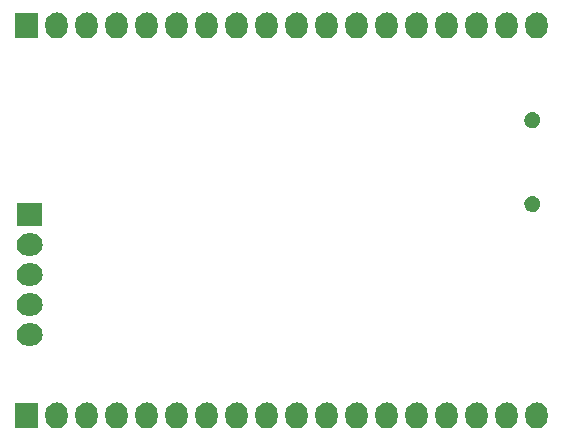
<source format=gbs>
%TF.GenerationSoftware,KiCad,Pcbnew,4.0.5-e0-6337~49~ubuntu16.04.1*%
%TF.CreationDate,2017-08-14T13:51:41-07:00*%
%TF.ProjectId,atsamd21g18-breakout,617473616D6432316731382D62726561,1.0*%
%TF.FileFunction,Soldermask,Bot*%
%FSLAX46Y46*%
G04 Gerber Fmt 4.6, Leading zero omitted, Abs format (unit mm)*
G04 Created by KiCad (PCBNEW 4.0.5-e0-6337~49~ubuntu16.04.1) date Mon Aug 14 13:51:41 2017*
%MOMM*%
%LPD*%
G01*
G04 APERTURE LIST*
%ADD10C,0.350000*%
G04 APERTURE END LIST*
D10*
G36*
X52741526Y-61558105D02*
X52741573Y-61558110D01*
X52916787Y-61612348D01*
X53078129Y-61699585D01*
X53219455Y-61816500D01*
X53335379Y-61958638D01*
X53421488Y-62120585D01*
X53474502Y-62296174D01*
X53492400Y-62478715D01*
X53492400Y-62794117D01*
X53492323Y-62805149D01*
X53492322Y-62805154D01*
X53492308Y-62807207D01*
X53471863Y-62989480D01*
X53416403Y-63164312D01*
X53328042Y-63325041D01*
X53210144Y-63465546D01*
X53067200Y-63580476D01*
X52904655Y-63665452D01*
X52728701Y-63717239D01*
X52728660Y-63717243D01*
X52728656Y-63717244D01*
X52546042Y-63733863D01*
X52363674Y-63714695D01*
X52363627Y-63714690D01*
X52188413Y-63660452D01*
X52027071Y-63573215D01*
X51885745Y-63456300D01*
X51769821Y-63314162D01*
X51683712Y-63152215D01*
X51630698Y-62976626D01*
X51612800Y-62794085D01*
X51612800Y-62478683D01*
X51612877Y-62467651D01*
X51612878Y-62467646D01*
X51612892Y-62465593D01*
X51633337Y-62283320D01*
X51688797Y-62108488D01*
X51777158Y-61947759D01*
X51895056Y-61807254D01*
X52038000Y-61692324D01*
X52200545Y-61607348D01*
X52376499Y-61555561D01*
X52376540Y-61555557D01*
X52376544Y-61555556D01*
X52559158Y-61538937D01*
X52741526Y-61558105D01*
X52741526Y-61558105D01*
G37*
G36*
X65441526Y-61558105D02*
X65441573Y-61558110D01*
X65616787Y-61612348D01*
X65778129Y-61699585D01*
X65919455Y-61816500D01*
X66035379Y-61958638D01*
X66121488Y-62120585D01*
X66174502Y-62296174D01*
X66192400Y-62478715D01*
X66192400Y-62794117D01*
X66192323Y-62805149D01*
X66192322Y-62805154D01*
X66192308Y-62807207D01*
X66171863Y-62989480D01*
X66116403Y-63164312D01*
X66028042Y-63325041D01*
X65910144Y-63465546D01*
X65767200Y-63580476D01*
X65604655Y-63665452D01*
X65428701Y-63717239D01*
X65428660Y-63717243D01*
X65428656Y-63717244D01*
X65246042Y-63733863D01*
X65063674Y-63714695D01*
X65063627Y-63714690D01*
X64888413Y-63660452D01*
X64727071Y-63573215D01*
X64585745Y-63456300D01*
X64469821Y-63314162D01*
X64383712Y-63152215D01*
X64330698Y-62976626D01*
X64312800Y-62794085D01*
X64312800Y-62478683D01*
X64312877Y-62467651D01*
X64312878Y-62467646D01*
X64312892Y-62465593D01*
X64333337Y-62283320D01*
X64388797Y-62108488D01*
X64477158Y-61947759D01*
X64595056Y-61807254D01*
X64738000Y-61692324D01*
X64900545Y-61607348D01*
X65076499Y-61555561D01*
X65076540Y-61555557D01*
X65076544Y-61555556D01*
X65259158Y-61538937D01*
X65441526Y-61558105D01*
X65441526Y-61558105D01*
G37*
G36*
X24801526Y-61558105D02*
X24801573Y-61558110D01*
X24976787Y-61612348D01*
X25138129Y-61699585D01*
X25279455Y-61816500D01*
X25395379Y-61958638D01*
X25481488Y-62120585D01*
X25534502Y-62296174D01*
X25552400Y-62478715D01*
X25552400Y-62794117D01*
X25552323Y-62805149D01*
X25552322Y-62805154D01*
X25552308Y-62807207D01*
X25531863Y-62989480D01*
X25476403Y-63164312D01*
X25388042Y-63325041D01*
X25270144Y-63465546D01*
X25127200Y-63580476D01*
X24964655Y-63665452D01*
X24788701Y-63717239D01*
X24788660Y-63717243D01*
X24788656Y-63717244D01*
X24606042Y-63733863D01*
X24423674Y-63714695D01*
X24423627Y-63714690D01*
X24248413Y-63660452D01*
X24087071Y-63573215D01*
X23945745Y-63456300D01*
X23829821Y-63314162D01*
X23743712Y-63152215D01*
X23690698Y-62976626D01*
X23672800Y-62794085D01*
X23672800Y-62478683D01*
X23672877Y-62467651D01*
X23672878Y-62467646D01*
X23672892Y-62465593D01*
X23693337Y-62283320D01*
X23748797Y-62108488D01*
X23837158Y-61947759D01*
X23955056Y-61807254D01*
X24098000Y-61692324D01*
X24260545Y-61607348D01*
X24436499Y-61555561D01*
X24436540Y-61555557D01*
X24436544Y-61555556D01*
X24619158Y-61538937D01*
X24801526Y-61558105D01*
X24801526Y-61558105D01*
G37*
G36*
X62901526Y-61558105D02*
X62901573Y-61558110D01*
X63076787Y-61612348D01*
X63238129Y-61699585D01*
X63379455Y-61816500D01*
X63495379Y-61958638D01*
X63581488Y-62120585D01*
X63634502Y-62296174D01*
X63652400Y-62478715D01*
X63652400Y-62794117D01*
X63652323Y-62805149D01*
X63652322Y-62805154D01*
X63652308Y-62807207D01*
X63631863Y-62989480D01*
X63576403Y-63164312D01*
X63488042Y-63325041D01*
X63370144Y-63465546D01*
X63227200Y-63580476D01*
X63064655Y-63665452D01*
X62888701Y-63717239D01*
X62888660Y-63717243D01*
X62888656Y-63717244D01*
X62706042Y-63733863D01*
X62523674Y-63714695D01*
X62523627Y-63714690D01*
X62348413Y-63660452D01*
X62187071Y-63573215D01*
X62045745Y-63456300D01*
X61929821Y-63314162D01*
X61843712Y-63152215D01*
X61790698Y-62976626D01*
X61772800Y-62794085D01*
X61772800Y-62478683D01*
X61772877Y-62467651D01*
X61772878Y-62467646D01*
X61772892Y-62465593D01*
X61793337Y-62283320D01*
X61848797Y-62108488D01*
X61937158Y-61947759D01*
X62055056Y-61807254D01*
X62198000Y-61692324D01*
X62360545Y-61607348D01*
X62536499Y-61555561D01*
X62536540Y-61555557D01*
X62536544Y-61555556D01*
X62719158Y-61538937D01*
X62901526Y-61558105D01*
X62901526Y-61558105D01*
G37*
G36*
X60361526Y-61558105D02*
X60361573Y-61558110D01*
X60536787Y-61612348D01*
X60698129Y-61699585D01*
X60839455Y-61816500D01*
X60955379Y-61958638D01*
X61041488Y-62120585D01*
X61094502Y-62296174D01*
X61112400Y-62478715D01*
X61112400Y-62794117D01*
X61112323Y-62805149D01*
X61112322Y-62805154D01*
X61112308Y-62807207D01*
X61091863Y-62989480D01*
X61036403Y-63164312D01*
X60948042Y-63325041D01*
X60830144Y-63465546D01*
X60687200Y-63580476D01*
X60524655Y-63665452D01*
X60348701Y-63717239D01*
X60348660Y-63717243D01*
X60348656Y-63717244D01*
X60166042Y-63733863D01*
X59983674Y-63714695D01*
X59983627Y-63714690D01*
X59808413Y-63660452D01*
X59647071Y-63573215D01*
X59505745Y-63456300D01*
X59389821Y-63314162D01*
X59303712Y-63152215D01*
X59250698Y-62976626D01*
X59232800Y-62794085D01*
X59232800Y-62478683D01*
X59232877Y-62467651D01*
X59232878Y-62467646D01*
X59232892Y-62465593D01*
X59253337Y-62283320D01*
X59308797Y-62108488D01*
X59397158Y-61947759D01*
X59515056Y-61807254D01*
X59658000Y-61692324D01*
X59820545Y-61607348D01*
X59996499Y-61555561D01*
X59996540Y-61555557D01*
X59996544Y-61555556D01*
X60179158Y-61538937D01*
X60361526Y-61558105D01*
X60361526Y-61558105D01*
G37*
G36*
X57821526Y-61558105D02*
X57821573Y-61558110D01*
X57996787Y-61612348D01*
X58158129Y-61699585D01*
X58299455Y-61816500D01*
X58415379Y-61958638D01*
X58501488Y-62120585D01*
X58554502Y-62296174D01*
X58572400Y-62478715D01*
X58572400Y-62794117D01*
X58572323Y-62805149D01*
X58572322Y-62805154D01*
X58572308Y-62807207D01*
X58551863Y-62989480D01*
X58496403Y-63164312D01*
X58408042Y-63325041D01*
X58290144Y-63465546D01*
X58147200Y-63580476D01*
X57984655Y-63665452D01*
X57808701Y-63717239D01*
X57808660Y-63717243D01*
X57808656Y-63717244D01*
X57626042Y-63733863D01*
X57443674Y-63714695D01*
X57443627Y-63714690D01*
X57268413Y-63660452D01*
X57107071Y-63573215D01*
X56965745Y-63456300D01*
X56849821Y-63314162D01*
X56763712Y-63152215D01*
X56710698Y-62976626D01*
X56692800Y-62794085D01*
X56692800Y-62478683D01*
X56692877Y-62467651D01*
X56692878Y-62467646D01*
X56692892Y-62465593D01*
X56713337Y-62283320D01*
X56768797Y-62108488D01*
X56857158Y-61947759D01*
X56975056Y-61807254D01*
X57118000Y-61692324D01*
X57280545Y-61607348D01*
X57456499Y-61555561D01*
X57456540Y-61555557D01*
X57456544Y-61555556D01*
X57639158Y-61538937D01*
X57821526Y-61558105D01*
X57821526Y-61558105D01*
G37*
G36*
X55281526Y-61558105D02*
X55281573Y-61558110D01*
X55456787Y-61612348D01*
X55618129Y-61699585D01*
X55759455Y-61816500D01*
X55875379Y-61958638D01*
X55961488Y-62120585D01*
X56014502Y-62296174D01*
X56032400Y-62478715D01*
X56032400Y-62794117D01*
X56032323Y-62805149D01*
X56032322Y-62805154D01*
X56032308Y-62807207D01*
X56011863Y-62989480D01*
X55956403Y-63164312D01*
X55868042Y-63325041D01*
X55750144Y-63465546D01*
X55607200Y-63580476D01*
X55444655Y-63665452D01*
X55268701Y-63717239D01*
X55268660Y-63717243D01*
X55268656Y-63717244D01*
X55086042Y-63733863D01*
X54903674Y-63714695D01*
X54903627Y-63714690D01*
X54728413Y-63660452D01*
X54567071Y-63573215D01*
X54425745Y-63456300D01*
X54309821Y-63314162D01*
X54223712Y-63152215D01*
X54170698Y-62976626D01*
X54152800Y-62794085D01*
X54152800Y-62478683D01*
X54152877Y-62467651D01*
X54152878Y-62467646D01*
X54152892Y-62465593D01*
X54173337Y-62283320D01*
X54228797Y-62108488D01*
X54317158Y-61947759D01*
X54435056Y-61807254D01*
X54578000Y-61692324D01*
X54740545Y-61607348D01*
X54916499Y-61555561D01*
X54916540Y-61555557D01*
X54916544Y-61555556D01*
X55099158Y-61538937D01*
X55281526Y-61558105D01*
X55281526Y-61558105D01*
G37*
G36*
X50201526Y-61558105D02*
X50201573Y-61558110D01*
X50376787Y-61612348D01*
X50538129Y-61699585D01*
X50679455Y-61816500D01*
X50795379Y-61958638D01*
X50881488Y-62120585D01*
X50934502Y-62296174D01*
X50952400Y-62478715D01*
X50952400Y-62794117D01*
X50952323Y-62805149D01*
X50952322Y-62805154D01*
X50952308Y-62807207D01*
X50931863Y-62989480D01*
X50876403Y-63164312D01*
X50788042Y-63325041D01*
X50670144Y-63465546D01*
X50527200Y-63580476D01*
X50364655Y-63665452D01*
X50188701Y-63717239D01*
X50188660Y-63717243D01*
X50188656Y-63717244D01*
X50006042Y-63733863D01*
X49823674Y-63714695D01*
X49823627Y-63714690D01*
X49648413Y-63660452D01*
X49487071Y-63573215D01*
X49345745Y-63456300D01*
X49229821Y-63314162D01*
X49143712Y-63152215D01*
X49090698Y-62976626D01*
X49072800Y-62794085D01*
X49072800Y-62478683D01*
X49072877Y-62467651D01*
X49072878Y-62467646D01*
X49072892Y-62465593D01*
X49093337Y-62283320D01*
X49148797Y-62108488D01*
X49237158Y-61947759D01*
X49355056Y-61807254D01*
X49498000Y-61692324D01*
X49660545Y-61607348D01*
X49836499Y-61555561D01*
X49836540Y-61555557D01*
X49836544Y-61555556D01*
X50019158Y-61538937D01*
X50201526Y-61558105D01*
X50201526Y-61558105D01*
G37*
G36*
X47661526Y-61558105D02*
X47661573Y-61558110D01*
X47836787Y-61612348D01*
X47998129Y-61699585D01*
X48139455Y-61816500D01*
X48255379Y-61958638D01*
X48341488Y-62120585D01*
X48394502Y-62296174D01*
X48412400Y-62478715D01*
X48412400Y-62794117D01*
X48412323Y-62805149D01*
X48412322Y-62805154D01*
X48412308Y-62807207D01*
X48391863Y-62989480D01*
X48336403Y-63164312D01*
X48248042Y-63325041D01*
X48130144Y-63465546D01*
X47987200Y-63580476D01*
X47824655Y-63665452D01*
X47648701Y-63717239D01*
X47648660Y-63717243D01*
X47648656Y-63717244D01*
X47466042Y-63733863D01*
X47283674Y-63714695D01*
X47283627Y-63714690D01*
X47108413Y-63660452D01*
X46947071Y-63573215D01*
X46805745Y-63456300D01*
X46689821Y-63314162D01*
X46603712Y-63152215D01*
X46550698Y-62976626D01*
X46532800Y-62794085D01*
X46532800Y-62478683D01*
X46532877Y-62467651D01*
X46532878Y-62467646D01*
X46532892Y-62465593D01*
X46553337Y-62283320D01*
X46608797Y-62108488D01*
X46697158Y-61947759D01*
X46815056Y-61807254D01*
X46958000Y-61692324D01*
X47120545Y-61607348D01*
X47296499Y-61555561D01*
X47296540Y-61555557D01*
X47296544Y-61555556D01*
X47479158Y-61538937D01*
X47661526Y-61558105D01*
X47661526Y-61558105D01*
G37*
G36*
X42581526Y-61558105D02*
X42581573Y-61558110D01*
X42756787Y-61612348D01*
X42918129Y-61699585D01*
X43059455Y-61816500D01*
X43175379Y-61958638D01*
X43261488Y-62120585D01*
X43314502Y-62296174D01*
X43332400Y-62478715D01*
X43332400Y-62794117D01*
X43332323Y-62805149D01*
X43332322Y-62805154D01*
X43332308Y-62807207D01*
X43311863Y-62989480D01*
X43256403Y-63164312D01*
X43168042Y-63325041D01*
X43050144Y-63465546D01*
X42907200Y-63580476D01*
X42744655Y-63665452D01*
X42568701Y-63717239D01*
X42568660Y-63717243D01*
X42568656Y-63717244D01*
X42386042Y-63733863D01*
X42203674Y-63714695D01*
X42203627Y-63714690D01*
X42028413Y-63660452D01*
X41867071Y-63573215D01*
X41725745Y-63456300D01*
X41609821Y-63314162D01*
X41523712Y-63152215D01*
X41470698Y-62976626D01*
X41452800Y-62794085D01*
X41452800Y-62478683D01*
X41452877Y-62467651D01*
X41452878Y-62467646D01*
X41452892Y-62465593D01*
X41473337Y-62283320D01*
X41528797Y-62108488D01*
X41617158Y-61947759D01*
X41735056Y-61807254D01*
X41878000Y-61692324D01*
X42040545Y-61607348D01*
X42216499Y-61555561D01*
X42216540Y-61555557D01*
X42216544Y-61555556D01*
X42399158Y-61538937D01*
X42581526Y-61558105D01*
X42581526Y-61558105D01*
G37*
G36*
X40041526Y-61558105D02*
X40041573Y-61558110D01*
X40216787Y-61612348D01*
X40378129Y-61699585D01*
X40519455Y-61816500D01*
X40635379Y-61958638D01*
X40721488Y-62120585D01*
X40774502Y-62296174D01*
X40792400Y-62478715D01*
X40792400Y-62794117D01*
X40792323Y-62805149D01*
X40792322Y-62805154D01*
X40792308Y-62807207D01*
X40771863Y-62989480D01*
X40716403Y-63164312D01*
X40628042Y-63325041D01*
X40510144Y-63465546D01*
X40367200Y-63580476D01*
X40204655Y-63665452D01*
X40028701Y-63717239D01*
X40028660Y-63717243D01*
X40028656Y-63717244D01*
X39846042Y-63733863D01*
X39663674Y-63714695D01*
X39663627Y-63714690D01*
X39488413Y-63660452D01*
X39327071Y-63573215D01*
X39185745Y-63456300D01*
X39069821Y-63314162D01*
X38983712Y-63152215D01*
X38930698Y-62976626D01*
X38912800Y-62794085D01*
X38912800Y-62478683D01*
X38912877Y-62467651D01*
X38912878Y-62467646D01*
X38912892Y-62465593D01*
X38933337Y-62283320D01*
X38988797Y-62108488D01*
X39077158Y-61947759D01*
X39195056Y-61807254D01*
X39338000Y-61692324D01*
X39500545Y-61607348D01*
X39676499Y-61555561D01*
X39676540Y-61555557D01*
X39676544Y-61555556D01*
X39859158Y-61538937D01*
X40041526Y-61558105D01*
X40041526Y-61558105D01*
G37*
G36*
X37501526Y-61558105D02*
X37501573Y-61558110D01*
X37676787Y-61612348D01*
X37838129Y-61699585D01*
X37979455Y-61816500D01*
X38095379Y-61958638D01*
X38181488Y-62120585D01*
X38234502Y-62296174D01*
X38252400Y-62478715D01*
X38252400Y-62794117D01*
X38252323Y-62805149D01*
X38252322Y-62805154D01*
X38252308Y-62807207D01*
X38231863Y-62989480D01*
X38176403Y-63164312D01*
X38088042Y-63325041D01*
X37970144Y-63465546D01*
X37827200Y-63580476D01*
X37664655Y-63665452D01*
X37488701Y-63717239D01*
X37488660Y-63717243D01*
X37488656Y-63717244D01*
X37306042Y-63733863D01*
X37123674Y-63714695D01*
X37123627Y-63714690D01*
X36948413Y-63660452D01*
X36787071Y-63573215D01*
X36645745Y-63456300D01*
X36529821Y-63314162D01*
X36443712Y-63152215D01*
X36390698Y-62976626D01*
X36372800Y-62794085D01*
X36372800Y-62478683D01*
X36372877Y-62467651D01*
X36372878Y-62467646D01*
X36372892Y-62465593D01*
X36393337Y-62283320D01*
X36448797Y-62108488D01*
X36537158Y-61947759D01*
X36655056Y-61807254D01*
X36798000Y-61692324D01*
X36960545Y-61607348D01*
X37136499Y-61555561D01*
X37136540Y-61555557D01*
X37136544Y-61555556D01*
X37319158Y-61538937D01*
X37501526Y-61558105D01*
X37501526Y-61558105D01*
G37*
G36*
X34961526Y-61558105D02*
X34961573Y-61558110D01*
X35136787Y-61612348D01*
X35298129Y-61699585D01*
X35439455Y-61816500D01*
X35555379Y-61958638D01*
X35641488Y-62120585D01*
X35694502Y-62296174D01*
X35712400Y-62478715D01*
X35712400Y-62794117D01*
X35712323Y-62805149D01*
X35712322Y-62805154D01*
X35712308Y-62807207D01*
X35691863Y-62989480D01*
X35636403Y-63164312D01*
X35548042Y-63325041D01*
X35430144Y-63465546D01*
X35287200Y-63580476D01*
X35124655Y-63665452D01*
X34948701Y-63717239D01*
X34948660Y-63717243D01*
X34948656Y-63717244D01*
X34766042Y-63733863D01*
X34583674Y-63714695D01*
X34583627Y-63714690D01*
X34408413Y-63660452D01*
X34247071Y-63573215D01*
X34105745Y-63456300D01*
X33989821Y-63314162D01*
X33903712Y-63152215D01*
X33850698Y-62976626D01*
X33832800Y-62794085D01*
X33832800Y-62478683D01*
X33832877Y-62467651D01*
X33832878Y-62467646D01*
X33832892Y-62465593D01*
X33853337Y-62283320D01*
X33908797Y-62108488D01*
X33997158Y-61947759D01*
X34115056Y-61807254D01*
X34258000Y-61692324D01*
X34420545Y-61607348D01*
X34596499Y-61555561D01*
X34596540Y-61555557D01*
X34596544Y-61555556D01*
X34779158Y-61538937D01*
X34961526Y-61558105D01*
X34961526Y-61558105D01*
G37*
G36*
X32421526Y-61558105D02*
X32421573Y-61558110D01*
X32596787Y-61612348D01*
X32758129Y-61699585D01*
X32899455Y-61816500D01*
X33015379Y-61958638D01*
X33101488Y-62120585D01*
X33154502Y-62296174D01*
X33172400Y-62478715D01*
X33172400Y-62794117D01*
X33172323Y-62805149D01*
X33172322Y-62805154D01*
X33172308Y-62807207D01*
X33151863Y-62989480D01*
X33096403Y-63164312D01*
X33008042Y-63325041D01*
X32890144Y-63465546D01*
X32747200Y-63580476D01*
X32584655Y-63665452D01*
X32408701Y-63717239D01*
X32408660Y-63717243D01*
X32408656Y-63717244D01*
X32226042Y-63733863D01*
X32043674Y-63714695D01*
X32043627Y-63714690D01*
X31868413Y-63660452D01*
X31707071Y-63573215D01*
X31565745Y-63456300D01*
X31449821Y-63314162D01*
X31363712Y-63152215D01*
X31310698Y-62976626D01*
X31292800Y-62794085D01*
X31292800Y-62478683D01*
X31292877Y-62467651D01*
X31292878Y-62467646D01*
X31292892Y-62465593D01*
X31313337Y-62283320D01*
X31368797Y-62108488D01*
X31457158Y-61947759D01*
X31575056Y-61807254D01*
X31718000Y-61692324D01*
X31880545Y-61607348D01*
X32056499Y-61555561D01*
X32056540Y-61555557D01*
X32056544Y-61555556D01*
X32239158Y-61538937D01*
X32421526Y-61558105D01*
X32421526Y-61558105D01*
G37*
G36*
X29881526Y-61558105D02*
X29881573Y-61558110D01*
X30056787Y-61612348D01*
X30218129Y-61699585D01*
X30359455Y-61816500D01*
X30475379Y-61958638D01*
X30561488Y-62120585D01*
X30614502Y-62296174D01*
X30632400Y-62478715D01*
X30632400Y-62794117D01*
X30632323Y-62805149D01*
X30632322Y-62805154D01*
X30632308Y-62807207D01*
X30611863Y-62989480D01*
X30556403Y-63164312D01*
X30468042Y-63325041D01*
X30350144Y-63465546D01*
X30207200Y-63580476D01*
X30044655Y-63665452D01*
X29868701Y-63717239D01*
X29868660Y-63717243D01*
X29868656Y-63717244D01*
X29686042Y-63733863D01*
X29503674Y-63714695D01*
X29503627Y-63714690D01*
X29328413Y-63660452D01*
X29167071Y-63573215D01*
X29025745Y-63456300D01*
X28909821Y-63314162D01*
X28823712Y-63152215D01*
X28770698Y-62976626D01*
X28752800Y-62794085D01*
X28752800Y-62478683D01*
X28752877Y-62467651D01*
X28752878Y-62467646D01*
X28752892Y-62465593D01*
X28773337Y-62283320D01*
X28828797Y-62108488D01*
X28917158Y-61947759D01*
X29035056Y-61807254D01*
X29178000Y-61692324D01*
X29340545Y-61607348D01*
X29516499Y-61555561D01*
X29516540Y-61555557D01*
X29516544Y-61555556D01*
X29699158Y-61538937D01*
X29881526Y-61558105D01*
X29881526Y-61558105D01*
G37*
G36*
X27341526Y-61558105D02*
X27341573Y-61558110D01*
X27516787Y-61612348D01*
X27678129Y-61699585D01*
X27819455Y-61816500D01*
X27935379Y-61958638D01*
X28021488Y-62120585D01*
X28074502Y-62296174D01*
X28092400Y-62478715D01*
X28092400Y-62794117D01*
X28092323Y-62805149D01*
X28092322Y-62805154D01*
X28092308Y-62807207D01*
X28071863Y-62989480D01*
X28016403Y-63164312D01*
X27928042Y-63325041D01*
X27810144Y-63465546D01*
X27667200Y-63580476D01*
X27504655Y-63665452D01*
X27328701Y-63717239D01*
X27328660Y-63717243D01*
X27328656Y-63717244D01*
X27146042Y-63733863D01*
X26963674Y-63714695D01*
X26963627Y-63714690D01*
X26788413Y-63660452D01*
X26627071Y-63573215D01*
X26485745Y-63456300D01*
X26369821Y-63314162D01*
X26283712Y-63152215D01*
X26230698Y-62976626D01*
X26212800Y-62794085D01*
X26212800Y-62478683D01*
X26212877Y-62467651D01*
X26212878Y-62467646D01*
X26212892Y-62465593D01*
X26233337Y-62283320D01*
X26288797Y-62108488D01*
X26377158Y-61947759D01*
X26495056Y-61807254D01*
X26638000Y-61692324D01*
X26800545Y-61607348D01*
X26976499Y-61555561D01*
X26976540Y-61555557D01*
X26976544Y-61555556D01*
X27159158Y-61538937D01*
X27341526Y-61558105D01*
X27341526Y-61558105D01*
G37*
G36*
X45121526Y-61558105D02*
X45121573Y-61558110D01*
X45296787Y-61612348D01*
X45458129Y-61699585D01*
X45599455Y-61816500D01*
X45715379Y-61958638D01*
X45801488Y-62120585D01*
X45854502Y-62296174D01*
X45872400Y-62478715D01*
X45872400Y-62794117D01*
X45872323Y-62805149D01*
X45872322Y-62805154D01*
X45872308Y-62807207D01*
X45851863Y-62989480D01*
X45796403Y-63164312D01*
X45708042Y-63325041D01*
X45590144Y-63465546D01*
X45447200Y-63580476D01*
X45284655Y-63665452D01*
X45108701Y-63717239D01*
X45108660Y-63717243D01*
X45108656Y-63717244D01*
X44926042Y-63733863D01*
X44743674Y-63714695D01*
X44743627Y-63714690D01*
X44568413Y-63660452D01*
X44407071Y-63573215D01*
X44265745Y-63456300D01*
X44149821Y-63314162D01*
X44063712Y-63152215D01*
X44010698Y-62976626D01*
X43992800Y-62794085D01*
X43992800Y-62478683D01*
X43992877Y-62467651D01*
X43992878Y-62467646D01*
X43992892Y-62465593D01*
X44013337Y-62283320D01*
X44068797Y-62108488D01*
X44157158Y-61947759D01*
X44275056Y-61807254D01*
X44418000Y-61692324D01*
X44580545Y-61607348D01*
X44756499Y-61555561D01*
X44756540Y-61555557D01*
X44756544Y-61555556D01*
X44939158Y-61538937D01*
X45121526Y-61558105D01*
X45121526Y-61558105D01*
G37*
G36*
X23012400Y-63728600D02*
X21132800Y-63728600D01*
X21132800Y-61544200D01*
X23012400Y-61544200D01*
X23012400Y-63728600D01*
X23012400Y-63728600D01*
G37*
G36*
X22495349Y-54838677D02*
X22495354Y-54838678D01*
X22497407Y-54838692D01*
X22679680Y-54859137D01*
X22854512Y-54914597D01*
X23015241Y-55002958D01*
X23155746Y-55120856D01*
X23270676Y-55263800D01*
X23355652Y-55426345D01*
X23407439Y-55602299D01*
X23407443Y-55602340D01*
X23407444Y-55602344D01*
X23424063Y-55784958D01*
X23406248Y-55954456D01*
X23404890Y-55967373D01*
X23350652Y-56142587D01*
X23263415Y-56303929D01*
X23146500Y-56445255D01*
X23004362Y-56561179D01*
X22842415Y-56647288D01*
X22666826Y-56700302D01*
X22484285Y-56718200D01*
X22168883Y-56718200D01*
X22157851Y-56718123D01*
X22157846Y-56718122D01*
X22155793Y-56718108D01*
X21973520Y-56697663D01*
X21798688Y-56642203D01*
X21637959Y-56553842D01*
X21497454Y-56435944D01*
X21382524Y-56293000D01*
X21297548Y-56130455D01*
X21245761Y-55954501D01*
X21245757Y-55954460D01*
X21245756Y-55954456D01*
X21229137Y-55771842D01*
X21248305Y-55589474D01*
X21248310Y-55589427D01*
X21302548Y-55414213D01*
X21389785Y-55252871D01*
X21506700Y-55111545D01*
X21648838Y-54995621D01*
X21810785Y-54909512D01*
X21986374Y-54856498D01*
X22168915Y-54838600D01*
X22484317Y-54838600D01*
X22495349Y-54838677D01*
X22495349Y-54838677D01*
G37*
G36*
X22495349Y-52298677D02*
X22495354Y-52298678D01*
X22497407Y-52298692D01*
X22679680Y-52319137D01*
X22854512Y-52374597D01*
X23015241Y-52462958D01*
X23155746Y-52580856D01*
X23270676Y-52723800D01*
X23355652Y-52886345D01*
X23407439Y-53062299D01*
X23407443Y-53062340D01*
X23407444Y-53062344D01*
X23424063Y-53244958D01*
X23406248Y-53414456D01*
X23404890Y-53427373D01*
X23350652Y-53602587D01*
X23263415Y-53763929D01*
X23146500Y-53905255D01*
X23004362Y-54021179D01*
X22842415Y-54107288D01*
X22666826Y-54160302D01*
X22484285Y-54178200D01*
X22168883Y-54178200D01*
X22157851Y-54178123D01*
X22157846Y-54178122D01*
X22155793Y-54178108D01*
X21973520Y-54157663D01*
X21798688Y-54102203D01*
X21637959Y-54013842D01*
X21497454Y-53895944D01*
X21382524Y-53753000D01*
X21297548Y-53590455D01*
X21245761Y-53414501D01*
X21245757Y-53414460D01*
X21245756Y-53414456D01*
X21229137Y-53231842D01*
X21248305Y-53049474D01*
X21248310Y-53049427D01*
X21302548Y-52874213D01*
X21389785Y-52712871D01*
X21506700Y-52571545D01*
X21648838Y-52455621D01*
X21810785Y-52369512D01*
X21986374Y-52316498D01*
X22168915Y-52298600D01*
X22484317Y-52298600D01*
X22495349Y-52298677D01*
X22495349Y-52298677D01*
G37*
G36*
X22495349Y-49758677D02*
X22495354Y-49758678D01*
X22497407Y-49758692D01*
X22679680Y-49779137D01*
X22854512Y-49834597D01*
X23015241Y-49922958D01*
X23155746Y-50040856D01*
X23270676Y-50183800D01*
X23355652Y-50346345D01*
X23407439Y-50522299D01*
X23407443Y-50522340D01*
X23407444Y-50522344D01*
X23424063Y-50704958D01*
X23406248Y-50874456D01*
X23404890Y-50887373D01*
X23350652Y-51062587D01*
X23263415Y-51223929D01*
X23146500Y-51365255D01*
X23004362Y-51481179D01*
X22842415Y-51567288D01*
X22666826Y-51620302D01*
X22484285Y-51638200D01*
X22168883Y-51638200D01*
X22157851Y-51638123D01*
X22157846Y-51638122D01*
X22155793Y-51638108D01*
X21973520Y-51617663D01*
X21798688Y-51562203D01*
X21637959Y-51473842D01*
X21497454Y-51355944D01*
X21382524Y-51213000D01*
X21297548Y-51050455D01*
X21245761Y-50874501D01*
X21245757Y-50874460D01*
X21245756Y-50874456D01*
X21229137Y-50691842D01*
X21248305Y-50509474D01*
X21248310Y-50509427D01*
X21302548Y-50334213D01*
X21389785Y-50172871D01*
X21506700Y-50031545D01*
X21648838Y-49915621D01*
X21810785Y-49829512D01*
X21986374Y-49776498D01*
X22168915Y-49758600D01*
X22484317Y-49758600D01*
X22495349Y-49758677D01*
X22495349Y-49758677D01*
G37*
G36*
X22495349Y-47218677D02*
X22495354Y-47218678D01*
X22497407Y-47218692D01*
X22679680Y-47239137D01*
X22854512Y-47294597D01*
X23015241Y-47382958D01*
X23155746Y-47500856D01*
X23270676Y-47643800D01*
X23355652Y-47806345D01*
X23407439Y-47982299D01*
X23407443Y-47982340D01*
X23407444Y-47982344D01*
X23424063Y-48164958D01*
X23406248Y-48334456D01*
X23404890Y-48347373D01*
X23350652Y-48522587D01*
X23263415Y-48683929D01*
X23146500Y-48825255D01*
X23004362Y-48941179D01*
X22842415Y-49027288D01*
X22666826Y-49080302D01*
X22484285Y-49098200D01*
X22168883Y-49098200D01*
X22157851Y-49098123D01*
X22157846Y-49098122D01*
X22155793Y-49098108D01*
X21973520Y-49077663D01*
X21798688Y-49022203D01*
X21637959Y-48933842D01*
X21497454Y-48815944D01*
X21382524Y-48673000D01*
X21297548Y-48510455D01*
X21245761Y-48334501D01*
X21245757Y-48334460D01*
X21245756Y-48334456D01*
X21229137Y-48151842D01*
X21248305Y-47969474D01*
X21248310Y-47969427D01*
X21302548Y-47794213D01*
X21389785Y-47632871D01*
X21506700Y-47491545D01*
X21648838Y-47375621D01*
X21810785Y-47289512D01*
X21986374Y-47236498D01*
X22168915Y-47218600D01*
X22484317Y-47218600D01*
X22495349Y-47218677D01*
X22495349Y-47218677D01*
G37*
G36*
X23418800Y-46558200D02*
X21234400Y-46558200D01*
X21234400Y-44678600D01*
X23418800Y-44678600D01*
X23418800Y-46558200D01*
X23418800Y-46558200D01*
G37*
G36*
X64968028Y-44041448D02*
X65097922Y-44068112D01*
X65220177Y-44119503D01*
X65330115Y-44193657D01*
X65423552Y-44287749D01*
X65496941Y-44398208D01*
X65547475Y-44520812D01*
X65573162Y-44650541D01*
X65573162Y-44650556D01*
X65573229Y-44650895D01*
X65571114Y-44802360D01*
X65571038Y-44802694D01*
X65571038Y-44802707D01*
X65541736Y-44931678D01*
X65487801Y-45052819D01*
X65411359Y-45161182D01*
X65315326Y-45252633D01*
X65203360Y-45323689D01*
X65079722Y-45371645D01*
X64949131Y-45394672D01*
X64816547Y-45391894D01*
X64687031Y-45363419D01*
X64565510Y-45310327D01*
X64456621Y-45234647D01*
X64364502Y-45139256D01*
X64292665Y-45027786D01*
X64243846Y-44904484D01*
X64219909Y-44774059D01*
X64221760Y-44641461D01*
X64249332Y-44511746D01*
X64301571Y-44389861D01*
X64376493Y-44280442D01*
X64471241Y-44187658D01*
X64582199Y-44115048D01*
X64705157Y-44065370D01*
X64835415Y-44040523D01*
X64968028Y-44041448D01*
X64968028Y-44041448D01*
G37*
G36*
X64968028Y-36941448D02*
X65097922Y-36968112D01*
X65220177Y-37019503D01*
X65330115Y-37093657D01*
X65423552Y-37187749D01*
X65496941Y-37298208D01*
X65547475Y-37420812D01*
X65573162Y-37550541D01*
X65573162Y-37550556D01*
X65573229Y-37550895D01*
X65571114Y-37702360D01*
X65571038Y-37702694D01*
X65571038Y-37702707D01*
X65541736Y-37831678D01*
X65487801Y-37952819D01*
X65411359Y-38061182D01*
X65315326Y-38152633D01*
X65203360Y-38223689D01*
X65079722Y-38271645D01*
X64949131Y-38294672D01*
X64816547Y-38291894D01*
X64687031Y-38263419D01*
X64565510Y-38210327D01*
X64456621Y-38134647D01*
X64364502Y-38039256D01*
X64292665Y-37927786D01*
X64243846Y-37804484D01*
X64219909Y-37674059D01*
X64221760Y-37541461D01*
X64249332Y-37411746D01*
X64301571Y-37289861D01*
X64376493Y-37180442D01*
X64471241Y-37087658D01*
X64582199Y-37015048D01*
X64705157Y-36965370D01*
X64835415Y-36940523D01*
X64968028Y-36941448D01*
X64968028Y-36941448D01*
G37*
G36*
X52741526Y-28538105D02*
X52741573Y-28538110D01*
X52916787Y-28592348D01*
X53078129Y-28679585D01*
X53219455Y-28796500D01*
X53335379Y-28938638D01*
X53421488Y-29100585D01*
X53474502Y-29276174D01*
X53492400Y-29458715D01*
X53492400Y-29774117D01*
X53492323Y-29785149D01*
X53492322Y-29785154D01*
X53492308Y-29787207D01*
X53471863Y-29969480D01*
X53416403Y-30144312D01*
X53328042Y-30305041D01*
X53210144Y-30445546D01*
X53067200Y-30560476D01*
X52904655Y-30645452D01*
X52728701Y-30697239D01*
X52728660Y-30697243D01*
X52728656Y-30697244D01*
X52546042Y-30713863D01*
X52363674Y-30694695D01*
X52363627Y-30694690D01*
X52188413Y-30640452D01*
X52027071Y-30553215D01*
X51885745Y-30436300D01*
X51769821Y-30294162D01*
X51683712Y-30132215D01*
X51630698Y-29956626D01*
X51612800Y-29774085D01*
X51612800Y-29458683D01*
X51612877Y-29447651D01*
X51612878Y-29447646D01*
X51612892Y-29445593D01*
X51633337Y-29263320D01*
X51688797Y-29088488D01*
X51777158Y-28927759D01*
X51895056Y-28787254D01*
X52038000Y-28672324D01*
X52200545Y-28587348D01*
X52376499Y-28535561D01*
X52376540Y-28535557D01*
X52376544Y-28535556D01*
X52559158Y-28518937D01*
X52741526Y-28538105D01*
X52741526Y-28538105D01*
G37*
G36*
X27341526Y-28538105D02*
X27341573Y-28538110D01*
X27516787Y-28592348D01*
X27678129Y-28679585D01*
X27819455Y-28796500D01*
X27935379Y-28938638D01*
X28021488Y-29100585D01*
X28074502Y-29276174D01*
X28092400Y-29458715D01*
X28092400Y-29774117D01*
X28092323Y-29785149D01*
X28092322Y-29785154D01*
X28092308Y-29787207D01*
X28071863Y-29969480D01*
X28016403Y-30144312D01*
X27928042Y-30305041D01*
X27810144Y-30445546D01*
X27667200Y-30560476D01*
X27504655Y-30645452D01*
X27328701Y-30697239D01*
X27328660Y-30697243D01*
X27328656Y-30697244D01*
X27146042Y-30713863D01*
X26963674Y-30694695D01*
X26963627Y-30694690D01*
X26788413Y-30640452D01*
X26627071Y-30553215D01*
X26485745Y-30436300D01*
X26369821Y-30294162D01*
X26283712Y-30132215D01*
X26230698Y-29956626D01*
X26212800Y-29774085D01*
X26212800Y-29458683D01*
X26212877Y-29447651D01*
X26212878Y-29447646D01*
X26212892Y-29445593D01*
X26233337Y-29263320D01*
X26288797Y-29088488D01*
X26377158Y-28927759D01*
X26495056Y-28787254D01*
X26638000Y-28672324D01*
X26800545Y-28587348D01*
X26976499Y-28535561D01*
X26976540Y-28535557D01*
X26976544Y-28535556D01*
X27159158Y-28518937D01*
X27341526Y-28538105D01*
X27341526Y-28538105D01*
G37*
G36*
X29881526Y-28538105D02*
X29881573Y-28538110D01*
X30056787Y-28592348D01*
X30218129Y-28679585D01*
X30359455Y-28796500D01*
X30475379Y-28938638D01*
X30561488Y-29100585D01*
X30614502Y-29276174D01*
X30632400Y-29458715D01*
X30632400Y-29774117D01*
X30632323Y-29785149D01*
X30632322Y-29785154D01*
X30632308Y-29787207D01*
X30611863Y-29969480D01*
X30556403Y-30144312D01*
X30468042Y-30305041D01*
X30350144Y-30445546D01*
X30207200Y-30560476D01*
X30044655Y-30645452D01*
X29868701Y-30697239D01*
X29868660Y-30697243D01*
X29868656Y-30697244D01*
X29686042Y-30713863D01*
X29503674Y-30694695D01*
X29503627Y-30694690D01*
X29328413Y-30640452D01*
X29167071Y-30553215D01*
X29025745Y-30436300D01*
X28909821Y-30294162D01*
X28823712Y-30132215D01*
X28770698Y-29956626D01*
X28752800Y-29774085D01*
X28752800Y-29458683D01*
X28752877Y-29447651D01*
X28752878Y-29447646D01*
X28752892Y-29445593D01*
X28773337Y-29263320D01*
X28828797Y-29088488D01*
X28917158Y-28927759D01*
X29035056Y-28787254D01*
X29178000Y-28672324D01*
X29340545Y-28587348D01*
X29516499Y-28535561D01*
X29516540Y-28535557D01*
X29516544Y-28535556D01*
X29699158Y-28518937D01*
X29881526Y-28538105D01*
X29881526Y-28538105D01*
G37*
G36*
X32421526Y-28538105D02*
X32421573Y-28538110D01*
X32596787Y-28592348D01*
X32758129Y-28679585D01*
X32899455Y-28796500D01*
X33015379Y-28938638D01*
X33101488Y-29100585D01*
X33154502Y-29276174D01*
X33172400Y-29458715D01*
X33172400Y-29774117D01*
X33172323Y-29785149D01*
X33172322Y-29785154D01*
X33172308Y-29787207D01*
X33151863Y-29969480D01*
X33096403Y-30144312D01*
X33008042Y-30305041D01*
X32890144Y-30445546D01*
X32747200Y-30560476D01*
X32584655Y-30645452D01*
X32408701Y-30697239D01*
X32408660Y-30697243D01*
X32408656Y-30697244D01*
X32226042Y-30713863D01*
X32043674Y-30694695D01*
X32043627Y-30694690D01*
X31868413Y-30640452D01*
X31707071Y-30553215D01*
X31565745Y-30436300D01*
X31449821Y-30294162D01*
X31363712Y-30132215D01*
X31310698Y-29956626D01*
X31292800Y-29774085D01*
X31292800Y-29458683D01*
X31292877Y-29447651D01*
X31292878Y-29447646D01*
X31292892Y-29445593D01*
X31313337Y-29263320D01*
X31368797Y-29088488D01*
X31457158Y-28927759D01*
X31575056Y-28787254D01*
X31718000Y-28672324D01*
X31880545Y-28587348D01*
X32056499Y-28535561D01*
X32056540Y-28535557D01*
X32056544Y-28535556D01*
X32239158Y-28518937D01*
X32421526Y-28538105D01*
X32421526Y-28538105D01*
G37*
G36*
X37501526Y-28538105D02*
X37501573Y-28538110D01*
X37676787Y-28592348D01*
X37838129Y-28679585D01*
X37979455Y-28796500D01*
X38095379Y-28938638D01*
X38181488Y-29100585D01*
X38234502Y-29276174D01*
X38252400Y-29458715D01*
X38252400Y-29774117D01*
X38252323Y-29785149D01*
X38252322Y-29785154D01*
X38252308Y-29787207D01*
X38231863Y-29969480D01*
X38176403Y-30144312D01*
X38088042Y-30305041D01*
X37970144Y-30445546D01*
X37827200Y-30560476D01*
X37664655Y-30645452D01*
X37488701Y-30697239D01*
X37488660Y-30697243D01*
X37488656Y-30697244D01*
X37306042Y-30713863D01*
X37123674Y-30694695D01*
X37123627Y-30694690D01*
X36948413Y-30640452D01*
X36787071Y-30553215D01*
X36645745Y-30436300D01*
X36529821Y-30294162D01*
X36443712Y-30132215D01*
X36390698Y-29956626D01*
X36372800Y-29774085D01*
X36372800Y-29458683D01*
X36372877Y-29447651D01*
X36372878Y-29447646D01*
X36372892Y-29445593D01*
X36393337Y-29263320D01*
X36448797Y-29088488D01*
X36537158Y-28927759D01*
X36655056Y-28787254D01*
X36798000Y-28672324D01*
X36960545Y-28587348D01*
X37136499Y-28535561D01*
X37136540Y-28535557D01*
X37136544Y-28535556D01*
X37319158Y-28518937D01*
X37501526Y-28538105D01*
X37501526Y-28538105D01*
G37*
G36*
X40041526Y-28538105D02*
X40041573Y-28538110D01*
X40216787Y-28592348D01*
X40378129Y-28679585D01*
X40519455Y-28796500D01*
X40635379Y-28938638D01*
X40721488Y-29100585D01*
X40774502Y-29276174D01*
X40792400Y-29458715D01*
X40792400Y-29774117D01*
X40792323Y-29785149D01*
X40792322Y-29785154D01*
X40792308Y-29787207D01*
X40771863Y-29969480D01*
X40716403Y-30144312D01*
X40628042Y-30305041D01*
X40510144Y-30445546D01*
X40367200Y-30560476D01*
X40204655Y-30645452D01*
X40028701Y-30697239D01*
X40028660Y-30697243D01*
X40028656Y-30697244D01*
X39846042Y-30713863D01*
X39663674Y-30694695D01*
X39663627Y-30694690D01*
X39488413Y-30640452D01*
X39327071Y-30553215D01*
X39185745Y-30436300D01*
X39069821Y-30294162D01*
X38983712Y-30132215D01*
X38930698Y-29956626D01*
X38912800Y-29774085D01*
X38912800Y-29458683D01*
X38912877Y-29447651D01*
X38912878Y-29447646D01*
X38912892Y-29445593D01*
X38933337Y-29263320D01*
X38988797Y-29088488D01*
X39077158Y-28927759D01*
X39195056Y-28787254D01*
X39338000Y-28672324D01*
X39500545Y-28587348D01*
X39676499Y-28535561D01*
X39676540Y-28535557D01*
X39676544Y-28535556D01*
X39859158Y-28518937D01*
X40041526Y-28538105D01*
X40041526Y-28538105D01*
G37*
G36*
X42581526Y-28538105D02*
X42581573Y-28538110D01*
X42756787Y-28592348D01*
X42918129Y-28679585D01*
X43059455Y-28796500D01*
X43175379Y-28938638D01*
X43261488Y-29100585D01*
X43314502Y-29276174D01*
X43332400Y-29458715D01*
X43332400Y-29774117D01*
X43332323Y-29785149D01*
X43332322Y-29785154D01*
X43332308Y-29787207D01*
X43311863Y-29969480D01*
X43256403Y-30144312D01*
X43168042Y-30305041D01*
X43050144Y-30445546D01*
X42907200Y-30560476D01*
X42744655Y-30645452D01*
X42568701Y-30697239D01*
X42568660Y-30697243D01*
X42568656Y-30697244D01*
X42386042Y-30713863D01*
X42203674Y-30694695D01*
X42203627Y-30694690D01*
X42028413Y-30640452D01*
X41867071Y-30553215D01*
X41725745Y-30436300D01*
X41609821Y-30294162D01*
X41523712Y-30132215D01*
X41470698Y-29956626D01*
X41452800Y-29774085D01*
X41452800Y-29458683D01*
X41452877Y-29447651D01*
X41452878Y-29447646D01*
X41452892Y-29445593D01*
X41473337Y-29263320D01*
X41528797Y-29088488D01*
X41617158Y-28927759D01*
X41735056Y-28787254D01*
X41878000Y-28672324D01*
X42040545Y-28587348D01*
X42216499Y-28535561D01*
X42216540Y-28535557D01*
X42216544Y-28535556D01*
X42399158Y-28518937D01*
X42581526Y-28538105D01*
X42581526Y-28538105D01*
G37*
G36*
X24801526Y-28538105D02*
X24801573Y-28538110D01*
X24976787Y-28592348D01*
X25138129Y-28679585D01*
X25279455Y-28796500D01*
X25395379Y-28938638D01*
X25481488Y-29100585D01*
X25534502Y-29276174D01*
X25552400Y-29458715D01*
X25552400Y-29774117D01*
X25552323Y-29785149D01*
X25552322Y-29785154D01*
X25552308Y-29787207D01*
X25531863Y-29969480D01*
X25476403Y-30144312D01*
X25388042Y-30305041D01*
X25270144Y-30445546D01*
X25127200Y-30560476D01*
X24964655Y-30645452D01*
X24788701Y-30697239D01*
X24788660Y-30697243D01*
X24788656Y-30697244D01*
X24606042Y-30713863D01*
X24423674Y-30694695D01*
X24423627Y-30694690D01*
X24248413Y-30640452D01*
X24087071Y-30553215D01*
X23945745Y-30436300D01*
X23829821Y-30294162D01*
X23743712Y-30132215D01*
X23690698Y-29956626D01*
X23672800Y-29774085D01*
X23672800Y-29458683D01*
X23672877Y-29447651D01*
X23672878Y-29447646D01*
X23672892Y-29445593D01*
X23693337Y-29263320D01*
X23748797Y-29088488D01*
X23837158Y-28927759D01*
X23955056Y-28787254D01*
X24098000Y-28672324D01*
X24260545Y-28587348D01*
X24436499Y-28535561D01*
X24436540Y-28535557D01*
X24436544Y-28535556D01*
X24619158Y-28518937D01*
X24801526Y-28538105D01*
X24801526Y-28538105D01*
G37*
G36*
X47661526Y-28538105D02*
X47661573Y-28538110D01*
X47836787Y-28592348D01*
X47998129Y-28679585D01*
X48139455Y-28796500D01*
X48255379Y-28938638D01*
X48341488Y-29100585D01*
X48394502Y-29276174D01*
X48412400Y-29458715D01*
X48412400Y-29774117D01*
X48412323Y-29785149D01*
X48412322Y-29785154D01*
X48412308Y-29787207D01*
X48391863Y-29969480D01*
X48336403Y-30144312D01*
X48248042Y-30305041D01*
X48130144Y-30445546D01*
X47987200Y-30560476D01*
X47824655Y-30645452D01*
X47648701Y-30697239D01*
X47648660Y-30697243D01*
X47648656Y-30697244D01*
X47466042Y-30713863D01*
X47283674Y-30694695D01*
X47283627Y-30694690D01*
X47108413Y-30640452D01*
X46947071Y-30553215D01*
X46805745Y-30436300D01*
X46689821Y-30294162D01*
X46603712Y-30132215D01*
X46550698Y-29956626D01*
X46532800Y-29774085D01*
X46532800Y-29458683D01*
X46532877Y-29447651D01*
X46532878Y-29447646D01*
X46532892Y-29445593D01*
X46553337Y-29263320D01*
X46608797Y-29088488D01*
X46697158Y-28927759D01*
X46815056Y-28787254D01*
X46958000Y-28672324D01*
X47120545Y-28587348D01*
X47296499Y-28535561D01*
X47296540Y-28535557D01*
X47296544Y-28535556D01*
X47479158Y-28518937D01*
X47661526Y-28538105D01*
X47661526Y-28538105D01*
G37*
G36*
X50201526Y-28538105D02*
X50201573Y-28538110D01*
X50376787Y-28592348D01*
X50538129Y-28679585D01*
X50679455Y-28796500D01*
X50795379Y-28938638D01*
X50881488Y-29100585D01*
X50934502Y-29276174D01*
X50952400Y-29458715D01*
X50952400Y-29774117D01*
X50952323Y-29785149D01*
X50952322Y-29785154D01*
X50952308Y-29787207D01*
X50931863Y-29969480D01*
X50876403Y-30144312D01*
X50788042Y-30305041D01*
X50670144Y-30445546D01*
X50527200Y-30560476D01*
X50364655Y-30645452D01*
X50188701Y-30697239D01*
X50188660Y-30697243D01*
X50188656Y-30697244D01*
X50006042Y-30713863D01*
X49823674Y-30694695D01*
X49823627Y-30694690D01*
X49648413Y-30640452D01*
X49487071Y-30553215D01*
X49345745Y-30436300D01*
X49229821Y-30294162D01*
X49143712Y-30132215D01*
X49090698Y-29956626D01*
X49072800Y-29774085D01*
X49072800Y-29458683D01*
X49072877Y-29447651D01*
X49072878Y-29447646D01*
X49072892Y-29445593D01*
X49093337Y-29263320D01*
X49148797Y-29088488D01*
X49237158Y-28927759D01*
X49355056Y-28787254D01*
X49498000Y-28672324D01*
X49660545Y-28587348D01*
X49836499Y-28535561D01*
X49836540Y-28535557D01*
X49836544Y-28535556D01*
X50019158Y-28518937D01*
X50201526Y-28538105D01*
X50201526Y-28538105D01*
G37*
G36*
X55281526Y-28538105D02*
X55281573Y-28538110D01*
X55456787Y-28592348D01*
X55618129Y-28679585D01*
X55759455Y-28796500D01*
X55875379Y-28938638D01*
X55961488Y-29100585D01*
X56014502Y-29276174D01*
X56032400Y-29458715D01*
X56032400Y-29774117D01*
X56032323Y-29785149D01*
X56032322Y-29785154D01*
X56032308Y-29787207D01*
X56011863Y-29969480D01*
X55956403Y-30144312D01*
X55868042Y-30305041D01*
X55750144Y-30445546D01*
X55607200Y-30560476D01*
X55444655Y-30645452D01*
X55268701Y-30697239D01*
X55268660Y-30697243D01*
X55268656Y-30697244D01*
X55086042Y-30713863D01*
X54903674Y-30694695D01*
X54903627Y-30694690D01*
X54728413Y-30640452D01*
X54567071Y-30553215D01*
X54425745Y-30436300D01*
X54309821Y-30294162D01*
X54223712Y-30132215D01*
X54170698Y-29956626D01*
X54152800Y-29774085D01*
X54152800Y-29458683D01*
X54152877Y-29447651D01*
X54152878Y-29447646D01*
X54152892Y-29445593D01*
X54173337Y-29263320D01*
X54228797Y-29088488D01*
X54317158Y-28927759D01*
X54435056Y-28787254D01*
X54578000Y-28672324D01*
X54740545Y-28587348D01*
X54916499Y-28535561D01*
X54916540Y-28535557D01*
X54916544Y-28535556D01*
X55099158Y-28518937D01*
X55281526Y-28538105D01*
X55281526Y-28538105D01*
G37*
G36*
X57821526Y-28538105D02*
X57821573Y-28538110D01*
X57996787Y-28592348D01*
X58158129Y-28679585D01*
X58299455Y-28796500D01*
X58415379Y-28938638D01*
X58501488Y-29100585D01*
X58554502Y-29276174D01*
X58572400Y-29458715D01*
X58572400Y-29774117D01*
X58572323Y-29785149D01*
X58572322Y-29785154D01*
X58572308Y-29787207D01*
X58551863Y-29969480D01*
X58496403Y-30144312D01*
X58408042Y-30305041D01*
X58290144Y-30445546D01*
X58147200Y-30560476D01*
X57984655Y-30645452D01*
X57808701Y-30697239D01*
X57808660Y-30697243D01*
X57808656Y-30697244D01*
X57626042Y-30713863D01*
X57443674Y-30694695D01*
X57443627Y-30694690D01*
X57268413Y-30640452D01*
X57107071Y-30553215D01*
X56965745Y-30436300D01*
X56849821Y-30294162D01*
X56763712Y-30132215D01*
X56710698Y-29956626D01*
X56692800Y-29774085D01*
X56692800Y-29458683D01*
X56692877Y-29447651D01*
X56692878Y-29447646D01*
X56692892Y-29445593D01*
X56713337Y-29263320D01*
X56768797Y-29088488D01*
X56857158Y-28927759D01*
X56975056Y-28787254D01*
X57118000Y-28672324D01*
X57280545Y-28587348D01*
X57456499Y-28535561D01*
X57456540Y-28535557D01*
X57456544Y-28535556D01*
X57639158Y-28518937D01*
X57821526Y-28538105D01*
X57821526Y-28538105D01*
G37*
G36*
X60361526Y-28538105D02*
X60361573Y-28538110D01*
X60536787Y-28592348D01*
X60698129Y-28679585D01*
X60839455Y-28796500D01*
X60955379Y-28938638D01*
X61041488Y-29100585D01*
X61094502Y-29276174D01*
X61112400Y-29458715D01*
X61112400Y-29774117D01*
X61112323Y-29785149D01*
X61112322Y-29785154D01*
X61112308Y-29787207D01*
X61091863Y-29969480D01*
X61036403Y-30144312D01*
X60948042Y-30305041D01*
X60830144Y-30445546D01*
X60687200Y-30560476D01*
X60524655Y-30645452D01*
X60348701Y-30697239D01*
X60348660Y-30697243D01*
X60348656Y-30697244D01*
X60166042Y-30713863D01*
X59983674Y-30694695D01*
X59983627Y-30694690D01*
X59808413Y-30640452D01*
X59647071Y-30553215D01*
X59505745Y-30436300D01*
X59389821Y-30294162D01*
X59303712Y-30132215D01*
X59250698Y-29956626D01*
X59232800Y-29774085D01*
X59232800Y-29458683D01*
X59232877Y-29447651D01*
X59232878Y-29447646D01*
X59232892Y-29445593D01*
X59253337Y-29263320D01*
X59308797Y-29088488D01*
X59397158Y-28927759D01*
X59515056Y-28787254D01*
X59658000Y-28672324D01*
X59820545Y-28587348D01*
X59996499Y-28535561D01*
X59996540Y-28535557D01*
X59996544Y-28535556D01*
X60179158Y-28518937D01*
X60361526Y-28538105D01*
X60361526Y-28538105D01*
G37*
G36*
X62901526Y-28538105D02*
X62901573Y-28538110D01*
X63076787Y-28592348D01*
X63238129Y-28679585D01*
X63379455Y-28796500D01*
X63495379Y-28938638D01*
X63581488Y-29100585D01*
X63634502Y-29276174D01*
X63652400Y-29458715D01*
X63652400Y-29774117D01*
X63652323Y-29785149D01*
X63652322Y-29785154D01*
X63652308Y-29787207D01*
X63631863Y-29969480D01*
X63576403Y-30144312D01*
X63488042Y-30305041D01*
X63370144Y-30445546D01*
X63227200Y-30560476D01*
X63064655Y-30645452D01*
X62888701Y-30697239D01*
X62888660Y-30697243D01*
X62888656Y-30697244D01*
X62706042Y-30713863D01*
X62523674Y-30694695D01*
X62523627Y-30694690D01*
X62348413Y-30640452D01*
X62187071Y-30553215D01*
X62045745Y-30436300D01*
X61929821Y-30294162D01*
X61843712Y-30132215D01*
X61790698Y-29956626D01*
X61772800Y-29774085D01*
X61772800Y-29458683D01*
X61772877Y-29447651D01*
X61772878Y-29447646D01*
X61772892Y-29445593D01*
X61793337Y-29263320D01*
X61848797Y-29088488D01*
X61937158Y-28927759D01*
X62055056Y-28787254D01*
X62198000Y-28672324D01*
X62360545Y-28587348D01*
X62536499Y-28535561D01*
X62536540Y-28535557D01*
X62536544Y-28535556D01*
X62719158Y-28518937D01*
X62901526Y-28538105D01*
X62901526Y-28538105D01*
G37*
G36*
X65441526Y-28538105D02*
X65441573Y-28538110D01*
X65616787Y-28592348D01*
X65778129Y-28679585D01*
X65919455Y-28796500D01*
X66035379Y-28938638D01*
X66121488Y-29100585D01*
X66174502Y-29276174D01*
X66192400Y-29458715D01*
X66192400Y-29774117D01*
X66192323Y-29785149D01*
X66192322Y-29785154D01*
X66192308Y-29787207D01*
X66171863Y-29969480D01*
X66116403Y-30144312D01*
X66028042Y-30305041D01*
X65910144Y-30445546D01*
X65767200Y-30560476D01*
X65604655Y-30645452D01*
X65428701Y-30697239D01*
X65428660Y-30697243D01*
X65428656Y-30697244D01*
X65246042Y-30713863D01*
X65063674Y-30694695D01*
X65063627Y-30694690D01*
X64888413Y-30640452D01*
X64727071Y-30553215D01*
X64585745Y-30436300D01*
X64469821Y-30294162D01*
X64383712Y-30132215D01*
X64330698Y-29956626D01*
X64312800Y-29774085D01*
X64312800Y-29458683D01*
X64312877Y-29447651D01*
X64312878Y-29447646D01*
X64312892Y-29445593D01*
X64333337Y-29263320D01*
X64388797Y-29088488D01*
X64477158Y-28927759D01*
X64595056Y-28787254D01*
X64738000Y-28672324D01*
X64900545Y-28587348D01*
X65076499Y-28535561D01*
X65076540Y-28535557D01*
X65076544Y-28535556D01*
X65259158Y-28518937D01*
X65441526Y-28538105D01*
X65441526Y-28538105D01*
G37*
G36*
X45121526Y-28538105D02*
X45121573Y-28538110D01*
X45296787Y-28592348D01*
X45458129Y-28679585D01*
X45599455Y-28796500D01*
X45715379Y-28938638D01*
X45801488Y-29100585D01*
X45854502Y-29276174D01*
X45872400Y-29458715D01*
X45872400Y-29774117D01*
X45872323Y-29785149D01*
X45872322Y-29785154D01*
X45872308Y-29787207D01*
X45851863Y-29969480D01*
X45796403Y-30144312D01*
X45708042Y-30305041D01*
X45590144Y-30445546D01*
X45447200Y-30560476D01*
X45284655Y-30645452D01*
X45108701Y-30697239D01*
X45108660Y-30697243D01*
X45108656Y-30697244D01*
X44926042Y-30713863D01*
X44743674Y-30694695D01*
X44743627Y-30694690D01*
X44568413Y-30640452D01*
X44407071Y-30553215D01*
X44265745Y-30436300D01*
X44149821Y-30294162D01*
X44063712Y-30132215D01*
X44010698Y-29956626D01*
X43992800Y-29774085D01*
X43992800Y-29458683D01*
X43992877Y-29447651D01*
X43992878Y-29447646D01*
X43992892Y-29445593D01*
X44013337Y-29263320D01*
X44068797Y-29088488D01*
X44157158Y-28927759D01*
X44275056Y-28787254D01*
X44418000Y-28672324D01*
X44580545Y-28587348D01*
X44756499Y-28535561D01*
X44756540Y-28535557D01*
X44756544Y-28535556D01*
X44939158Y-28518937D01*
X45121526Y-28538105D01*
X45121526Y-28538105D01*
G37*
G36*
X34961526Y-28538105D02*
X34961573Y-28538110D01*
X35136787Y-28592348D01*
X35298129Y-28679585D01*
X35439455Y-28796500D01*
X35555379Y-28938638D01*
X35641488Y-29100585D01*
X35694502Y-29276174D01*
X35712400Y-29458715D01*
X35712400Y-29774117D01*
X35712323Y-29785149D01*
X35712322Y-29785154D01*
X35712308Y-29787207D01*
X35691863Y-29969480D01*
X35636403Y-30144312D01*
X35548042Y-30305041D01*
X35430144Y-30445546D01*
X35287200Y-30560476D01*
X35124655Y-30645452D01*
X34948701Y-30697239D01*
X34948660Y-30697243D01*
X34948656Y-30697244D01*
X34766042Y-30713863D01*
X34583674Y-30694695D01*
X34583627Y-30694690D01*
X34408413Y-30640452D01*
X34247071Y-30553215D01*
X34105745Y-30436300D01*
X33989821Y-30294162D01*
X33903712Y-30132215D01*
X33850698Y-29956626D01*
X33832800Y-29774085D01*
X33832800Y-29458683D01*
X33832877Y-29447651D01*
X33832878Y-29447646D01*
X33832892Y-29445593D01*
X33853337Y-29263320D01*
X33908797Y-29088488D01*
X33997158Y-28927759D01*
X34115056Y-28787254D01*
X34258000Y-28672324D01*
X34420545Y-28587348D01*
X34596499Y-28535561D01*
X34596540Y-28535557D01*
X34596544Y-28535556D01*
X34779158Y-28518937D01*
X34961526Y-28538105D01*
X34961526Y-28538105D01*
G37*
G36*
X23012400Y-30708600D02*
X21132800Y-30708600D01*
X21132800Y-28524200D01*
X23012400Y-28524200D01*
X23012400Y-30708600D01*
X23012400Y-30708600D01*
G37*
M02*

</source>
